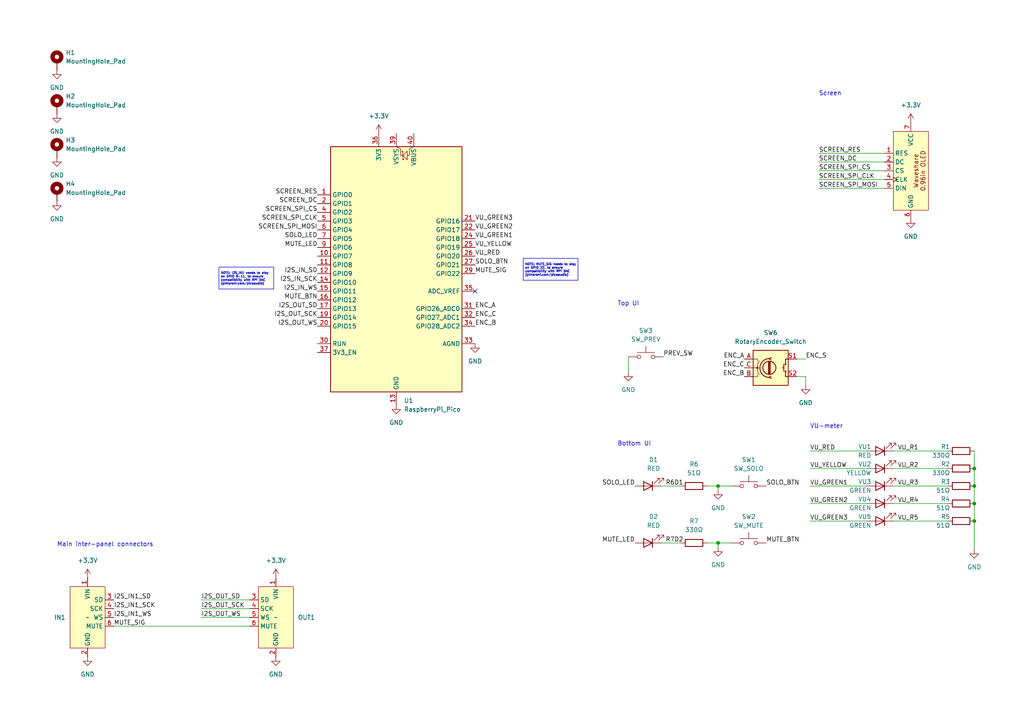
<source format=kicad_sch>
(kicad_sch (version 20230121) (generator eeschema)
  (paper "A4")
  (lib_symbols
    (symbol "Device:LED" (pin_numbers hide) (pin_names (offset 1.016) hide)
      (property "Reference" "D" (at 0 2.54 0))
      (property "Value" "LED" (at 0 -2.54 0))
      (symbol "LED_0_1"
        (polyline (pts (xy -1.27 -1.27) (xy -1.27 1.27)) (stroke (width 0.254)))
        (polyline (pts (xy -1.27 0) (xy 1.27 0)))
        (polyline (pts (xy 1.27 -1.27) (xy 1.27 1.27) (xy -1.27 0) (xy 1.27 -1.27)) (stroke (width 0.254)))
        (polyline (pts (xy -3.048 -0.762) (xy -4.572 -2.286) (xy -3.81 -2.286) (xy -4.572 -2.286) (xy -4.572 -1.524)))
        (polyline (pts (xy -1.778 -0.762) (xy -3.302 -2.286) (xy -2.54 -2.286) (xy -3.302 -2.286) (xy -3.302 -1.524)))
      )
      (symbol "LED_1_1"
        (pin passive line (at -3.81 0 0) (length 2.54) (name "K") (number "1"))
        (pin passive line (at 3.81 0 180) (length 2.54) (name "A") (number "2"))
      )
    )
    (symbol "Device:R" (pin_numbers hide) (pin_names (offset 0))
      (property "Reference" "R" (at 2.032 0 90))
      (property "Value" "R" (at 0 0 90))
      (symbol "R_0_1"
        (rectangle (start -1.016 -2.54) (end 1.016 2.54) (stroke (width 0.254)))
      )
      (symbol "R_1_1"
        (pin passive line (at 0 3.81 270) (length 1.27) (name "~") (number "1"))
        (pin passive line (at 0 -3.81 90) (length 1.27) (name "~") (number "2"))
      )
    )
    (symbol "Device:RotaryEncoder_Switch" (pin_names (offset 0.254) hide)
      (property "Reference" "SW" (at 0 6.604 0))
      (property "Value" "RotaryEncoder_Switch" (at 0 -6.604 0))
      (symbol "RotaryEncoder_Switch_0_1"
        (rectangle (start -5.08 5.08) (end 5.08 -5.08) (stroke (width 0.254)) (fill (type background)))
        (circle (center -3.81 0) (radius 0.254) (fill (type outline)))
        (circle (center -0.381 0) (radius 1.905) (stroke (width 0.254)))
        (arc (start -0.381 2.667) (mid -3.0988 -0.0635) (end -0.381 -2.794) (stroke (width 0.254)))
        (polyline (pts (xy -0.635 -1.778) (xy -0.635 1.778)) (stroke (width 0.254)))
        (polyline (pts (xy -0.381 -1.778) (xy -0.381 1.778)) (stroke (width 0.254)))
        (polyline (pts (xy -0.127 1.778) (xy -0.127 -1.778)) (stroke (width 0.254)))
        (polyline (pts (xy 3.81 0) (xy 3.429 0)) (stroke (width 0.254)))
        (polyline (pts (xy 3.81 1.016) (xy 3.81 -1.016)) (stroke (width 0.254)))
        (polyline (pts (xy -5.08 -2.54) (xy -3.81 -2.54) (xy -3.81 -2.032)))
        (polyline (pts (xy -5.08 2.54) (xy -3.81 2.54) (xy -3.81 2.032)))
        (polyline (pts (xy 0.254 -3.048) (xy -0.508 -2.794) (xy 0.127 -2.413)) (stroke (width 0.254)))
        (polyline (pts (xy 0.254 2.921) (xy -0.508 2.667) (xy 0.127 2.286)) (stroke (width 0.254)))
        (polyline (pts (xy 5.08 -2.54) (xy 4.318 -2.54) (xy 4.318 -1.016)) (stroke (width 0.254)))
        (polyline (pts (xy 5.08 2.54) (xy 4.318 2.54) (xy 4.318 1.016)) (stroke (width 0.254)))
        (polyline (pts (xy -5.08 0) (xy -3.81 0) (xy -3.81 -1.016) (xy -3.302 -2.032)))
        (polyline (pts (xy -4.318 0) (xy -3.81 0) (xy -3.81 1.016) (xy -3.302 2.032)))
        (circle (center 4.318 -1.016) (radius 0.127) (stroke (width 0.254)))
        (circle (center 4.318 1.016) (radius 0.127) (stroke (width 0.254)))
      )
      (symbol "RotaryEncoder_Switch_1_1"
        (pin passive line (at -7.62 2.54 0) (length 2.54) (name "A") (number "A"))
        (pin passive line (at -7.62 -2.54 0) (length 2.54) (name "B") (number "B"))
        (pin passive line (at -7.62 0 0) (length 2.54) (name "C") (number "C"))
        (pin passive line (at 7.62 2.54 180) (length 2.54) (name "S1") (number "S1"))
        (pin passive line (at 7.62 -2.54 180) (length 2.54) (name "S2") (number "S2"))
      )
    )
    (symbol "MCU_Module_RaspberryPi_Pico:RaspberryPi_Pico"
      (property "Reference" "U" (at -19.05 38.1 0))
      (property "Value" "RaspberryPi_Pico" (at 7.62 38.1 0))
      (symbol "RaspberryPi_Pico_0_1"
        (rectangle (start -19.05 36.83) (end 19.05 -34.29) (stroke (width 0.254)) (fill (type background)))
        (polyline (pts (xy 0 36.83) (xy 1.27 36.195) (xy 1.27 34.29) (xy 1.905 34.29)))
        (polyline (pts (xy 1.905 34.29) (xy 3.175 35.56) (xy 3.175 33.02) (xy 1.905 34.29)))
        (polyline (pts (xy 5.08 36.83) (xy 3.81 36.195) (xy 3.81 34.29) (xy 3.175 34.29)))
        (polyline (pts (xy 1.651 35.306) (xy 1.651 35.56) (xy 1.905 35.56) (xy 1.905 33.02) (xy 2.159 33.02) (xy 2.159 33.274)))
      )
      (symbol "RaspberryPi_Pico_1_1"
        (pin bidirectional line (at -22.86 22.86 0) (length 3.81) (name "GPIO0") (number "1"))
        (pin bidirectional line (at -22.86 5.08 0) (length 3.81) (name "GPIO7") (number "10"))
        (pin bidirectional line (at -22.86 2.54 0) (length 3.81) (name "GPIO8") (number "11"))
        (pin bidirectional line (at -22.86 0 0) (length 3.81) (name "GPIO9") (number "12"))
        (pin power_out line (at 0 -38.1 90) (length 3.81) (name "GND") (number "13"))
        (pin bidirectional line (at -22.86 -2.54 0) (length 3.81) (name "GPIO10") (number "14"))
        (pin bidirectional line (at -22.86 -5.08 0) (length 3.81) (name "GPIO11") (number "15"))
        (pin bidirectional line (at -22.86 -7.62 0) (length 3.81) (name "GPIO12") (number "16"))
        (pin bidirectional line (at -22.86 -10.16 0) (length 3.81) (name "GPIO13") (number "17"))
        (pin passive line (at 0 -38.1 90) (length 3.81) hide (name "GND") (number "18"))
        (pin bidirectional line (at -22.86 -12.7 0) (length 3.81) (name "GPIO14") (number "19"))
        (pin bidirectional line (at -22.86 20.32 0) (length 3.81) (name "GPIO1") (number "2"))
        (pin bidirectional line (at -22.86 -15.24 0) (length 3.81) (name "GPIO15") (number "20"))
        (pin bidirectional line (at 22.86 15.24 180) (length 3.81) (name "GPIO16") (number "21"))
        (pin bidirectional line (at 22.86 12.7 180) (length 3.81) (name "GPIO17") (number "22"))
        (pin passive line (at 0 -38.1 90) (length 3.81) hide (name "GND") (number "23"))
        (pin bidirectional line (at 22.86 10.16 180) (length 3.81) (name "GPIO18") (number "24"))
        (pin bidirectional line (at 22.86 7.62 180) (length 3.81) (name "GPIO19") (number "25"))
        (pin bidirectional line (at 22.86 5.08 180) (length 3.81) (name "GPIO20") (number "26"))
        (pin bidirectional line (at 22.86 2.54 180) (length 3.81) (name "GPIO21") (number "27"))
        (pin passive line (at 0 -38.1 90) (length 3.81) hide (name "GND") (number "28"))
        (pin bidirectional line (at 22.86 0 180) (length 3.81) (name "GPIO22") (number "29"))
        (pin passive line (at 0 -38.1 90) (length 3.81) hide (name "GND") (number "3"))
        (pin input line (at -22.86 -20.32 0) (length 3.81) (name "RUN") (number "30"))
        (pin bidirectional line (at 22.86 -10.16 180) (length 3.81) (name "GPIO26_ADC0") (number "31"))
        (pin bidirectional line (at 22.86 -12.7 180) (length 3.81) (name "GPIO27_ADC1") (number "32"))
        (pin power_in line (at 22.86 -20.32 180) (length 3.81) (name "AGND") (number "33"))
        (pin bidirectional line (at 22.86 -15.24 180) (length 3.81) (name "GPIO28_ADC2") (number "34"))
        (pin power_in line (at 22.86 -5.08 180) (length 3.81) (name "ADC_VREF") (number "35"))
        (pin power_out line (at -5.08 40.64 270) (length 3.81) (name "3V3") (number "36"))
        (pin input line (at -22.86 -22.86 0) (length 3.81) (name "3V3_EN") (number "37"))
        (pin passive line (at 0 -38.1 90) (length 3.81) hide (name "GND") (number "38"))
        (pin power_in line (at 0 40.64 270) (length 3.81) (name "VSYS") (number "39"))
        (pin bidirectional line (at -22.86 17.78 0) (length 3.81) (name "GPIO2") (number "4"))
        (pin power_out line (at 5.08 40.64 270) (length 3.81) (name "VBUS") (number "40"))
        (pin bidirectional line (at -22.86 15.24 0) (length 3.81) (name "GPIO3") (number "5"))
        (pin bidirectional line (at -22.86 12.7 0) (length 3.81) (name "GPIO4") (number "6"))
        (pin bidirectional line (at -22.86 10.16 0) (length 3.81) (name "GPIO5") (number "7"))
        (pin passive line (at 0 -38.1 90) (length 3.81) hide (name "GND") (number "8"))
        (pin bidirectional line (at -22.86 7.62 0) (length 3.81) (name "GPIO6") (number "9"))
      )
    )
    (symbol "Mechanical:MountingHole_Pad" (pin_numbers hide) (pin_names (offset 1.016) hide)
      (property "Reference" "H" (at 0 6.35 0))
      (property "Value" "MountingHole_Pad" (at 0 4.445 0))
      (symbol "MountingHole_Pad_0_1"
        (circle (center 0 1.27) (radius 1.27) (stroke (width 1.27)))
      )
      (symbol "MountingHole_Pad_1_1"
        (pin input line (at 0 -2.54 90) (length 2.54) (name "1") (number "1"))
      )
    )
    (symbol "Switch:SW_Push" (pin_numbers hide) (pin_names (offset 1.016) hide)
      (property "Reference" "SW" (at 1.27 2.54 0))
      (property "Value" "SW_Push" (at 0 -1.524 0))
      (symbol "SW_Push_0_1"
        (circle (center -2.032 0) (radius 0.508))
        (polyline (pts (xy 0 1.27) (xy 0 3.048)))
        (polyline (pts (xy 2.54 1.27) (xy -2.54 1.27)))
        (circle (center 2.032 0) (radius 0.508))
        (pin passive line (at -5.08 0 0) (length 2.54) (name "1") (number "1"))
        (pin passive line (at 5.08 0 180) (length 2.54) (name "2") (number "2"))
      )
    )
    (symbol "power:+3.3V" (power) (pin_names (offset 0))
      (property "Value" "+3.3V" (at 0 3.556 0))
      (symbol "+3.3V_0_1"
        (polyline (pts (xy -0.762 1.27) (xy 0 2.54)))
        (polyline (pts (xy 0 0) (xy 0 2.54)))
        (polyline (pts (xy 0 2.54) (xy 0.762 1.27)))
      )
      (symbol "+3.3V_1_1"
        (pin power_in line (at 0 0 90) (length 0) hide (name "+3.3V") (number "1"))
      )
    )
    (symbol "power:GND" (power) (pin_names (offset 0))
      (property "Value" "GND" (at 0 -3.81 0))
      (symbol "GND_0_1"
        (polyline (pts (xy 0 0) (xy 0 -1.27) (xy 1.27 -1.27) (xy 0 -2.54) (xy -1.27 -1.27) (xy 0 -1.27)))
      )
      (symbol "GND_1_1"
        (pin power_in line (at 0 0 270) (length 0) hide (name "GND") (number "1"))
      )
    )
    (symbol "project_local:0.96inOLED"
      (symbol "0.96inOLED_1_1"
        (rectangle (start -5.08 11.43) (end 5.08 -11.43) (fill (type background)))
        (text "Waveshare\n0.96in OLED" (at 2.54 0 900) (effects (font (size 1.27 1.27))))
        (pin power_in line (at -7.62 5.08 0) (length 2.54) (name "RES") (number "1"))
        (pin input line (at -7.62 2.54 0) (length 2.54) (name "DC") (number "2"))
        (pin input line (at -7.62 0 0) (length 2.54) (name "CS") (number "3"))
        (pin input clock (at -7.62 -2.54 0) (length 2.54) (name "CLK") (number "4"))
        (pin input line (at -7.62 -5.08 0) (length 2.54) (name "DIN") (number "5"))
        (pin input line (at 0 -13.97 90) (length 2.54) (name "GND") (number "6"))
        (pin power_in line (at 0 13.97 270) (length 2.54) (name "VCC") (number "7"))
      )
    )
    (symbol "project_local:PanelConnectorIn"
      (property "Reference" "P" (at -3.81 10.16 0))
      (symbol "PanelConnectorIn_1_1"
        (rectangle (start -5.08 8.89) (end 5.08 -8.89) (fill (type background)))
        (pin power_in line (at 0 11.43 270) (length 2.54) (name "VIN") (number "1"))
        (pin power_in line (at 0 -11.43 90) (length 2.54) (name "GND") (number "2"))
        (pin output line (at 7.62 5.08 180) (length 2.54) (name "SD") (number "3"))
        (pin output line (at 7.62 2.54 180) (length 2.54) (name "SCK") (number "4"))
        (pin output line (at 7.62 0 180) (length 2.54) (name "WS") (number "5"))
        (pin bidirectional line (at 7.62 -2.54 180) (length 2.54) (name "MUTE") (number "6"))
      )
    )
    (symbol "project_local:PanelConnectorOut"
      (property "Reference" "P" (at -3.81 10.16 0))
      (symbol "PanelConnectorOut_1_1"
        (rectangle (start -5.08 8.89) (end 5.08 -8.89) (fill (type background)))
        (pin power_in line (at 0 11.43 270) (length 2.54) (name "VIN") (number "1"))
        (pin power_in line (at 0 -11.43 90) (length 2.54) (name "GND") (number "2"))
        (pin input line (at -7.62 5.08 0) (length 2.54) (name "SD") (number "3"))
        (pin input line (at -7.62 2.54 0) (length 2.54) (name "SCK") (number "4"))
        (pin input line (at -7.62 0 0) (length 2.54) (name "WS") (number "5"))
        (pin bidirectional line (at -7.62 -2.54 0) (length 2.54) (name "MUTE") (number "6"))
      )
    )
  )
  (junction (at 282.575 140.97))
  (junction (at 282.575 151.13))
  (junction (at 282.575 146.05))
  (junction (at 282.575 135.89))
  (junction (at 208.28 140.97))
  (junction (at 208.28 157.48))
  (no_connect (at 137.795 84.455))
  (wire (pts (xy 234.95 140.97) (xy 251.46 140.97)))
  (wire (pts (xy 237.49 54.61) (xy 256.54 54.61)))
  (wire (pts (xy 282.575 146.05) (xy 282.575 151.13)))
  (wire (pts (xy 259.08 135.89) (xy 274.955 135.89)))
  (wire (pts (xy 58.42 176.53) (xy 72.39 176.53)))
  (wire (pts (xy 58.42 179.07) (xy 72.39 179.07)))
  (wire (pts (xy 259.08 146.05) (xy 274.955 146.05)))
  (wire (pts (xy 205.105 157.48) (xy 208.28 157.48)))
  (wire (pts (xy 58.42 173.99) (xy 72.39 173.99)))
  (wire (pts (xy 259.08 151.13) (xy 274.955 151.13)))
  (wire (pts (xy 237.49 46.99) (xy 256.54 46.99)))
  (wire (pts (xy 191.77 140.97) (xy 197.485 140.97)))
  (wire (pts (xy 208.28 157.48) (xy 212.09 157.48)))
  (wire (pts (xy 182.245 103.505) (xy 182.245 107.95)))
  (wire (pts (xy 259.08 140.97) (xy 274.955 140.97)))
  (wire (pts (xy 237.49 49.53) (xy 256.54 49.53)))
  (wire (pts (xy 282.575 140.97) (xy 282.575 146.05)))
  (wire (pts (xy 208.28 157.48) (xy 208.28 158.75)))
  (wire (pts (xy 282.575 130.81) (xy 282.575 135.89)))
  (wire (pts (xy 191.77 157.48) (xy 197.485 157.48)))
  (wire (pts (xy 205.105 140.97) (xy 208.28 140.97)))
  (wire (pts (xy 234.95 151.13) (xy 251.46 151.13)))
  (wire (pts (xy 282.575 135.89) (xy 282.575 140.97)))
  (wire (pts (xy 234.95 130.81) (xy 251.46 130.81)))
  (wire (pts (xy 33.02 181.61) (xy 72.39 181.61)))
  (wire (pts (xy 234.95 135.89) (xy 251.46 135.89)))
  (wire (pts (xy 237.49 52.07) (xy 256.54 52.07)))
  (wire (pts (xy 231.14 109.22) (xy 233.68 109.22)))
  (wire (pts (xy 233.68 104.14) (xy 231.14 104.14)))
  (wire (pts (xy 237.49 44.45) (xy 256.54 44.45)))
  (wire (pts (xy 233.68 109.22) (xy 233.68 111.76)))
  (wire (pts (xy 234.95 146.05) (xy 251.46 146.05)))
  (wire (pts (xy 208.28 140.97) (xy 212.09 140.97)))
  (wire (pts (xy 208.28 140.97) (xy 208.28 142.24)))
  (wire (pts (xy 259.08 130.81) (xy 274.955 130.81)))
  (wire (pts (xy 282.575 151.13) (xy 282.575 159.385)))
  (text_box "NOTE: I2S_IN1 needs to stay on GPIO 9-11, to ensure compatibility with RPi DAC (pimoroni.com/picoaudio)" (at 63.5 77.47 0) (size 15.875 6.35) (effects (font (size 0.635 0.635)) (justify left)))
  (text_box "NOTE: MUTE_SIG needs to stay on GPIO 22, to ensure compatibility with RPi DAC (pimoroni.com/picoaudio)" (at 151.765 74.93 0) (size 15.875 6.35) (effects (font (size 0.635 0.635)) (justify left)))
  (text "Main inter-panel connectors" (at 16.51 158.75 0) (effects (font (size 1.27 1.27)) (justify left bottom)))
  (text "Top UI" (at 179.07 88.9 0) (effects (font (size 1.27 1.27)) (justify left bottom)))
  (text "VU-meter\n" (at 234.95 124.46 0) (effects (font (size 1.27 1.27)) (justify left bottom)))
  (text "Bottom UI" (at 179.07 129.54 0) (effects (font (size 1.27 1.27)) (justify left bottom)))
  (text "Screen" (at 237.49 27.94 0) (effects (font (size 1.27 1.27)) (justify left bottom)))
  (label "I2S_OUT_SD" (at 58.42 173.99 0))
  (label "ENC_A" (at 137.795 89.535 0))
  (label "I2S_OUT_WS" (at 58.42 179.07 0))
  (label "SOLO_LED" (at 92.075 69.215 180))
  (label "SCREEN_RES" (at 92.075 56.515 180))
  (label "ENC_C" (at 215.9 106.68 180))
  (label "I2S_IN1_SCK" (at 33.02 176.53 0))
  (label "I2S_OUT_WS" (at 92.075 94.615 180))
  (label "VU_GREEN2" (at 137.795 66.675 0))
  (label "I2S_IN1_WS" (at 33.02 179.07 0))
  (label "ENC_B" (at 137.795 94.615 0))
  (label "SCREEN_SPI_CLK" (at 237.49 52.07 0))
  (label "SOLO_BTN" (at 222.25 140.97 0))
  (label "SCREEN_DC" (at 237.49 46.99 0))
  (label "PREV_SW" (at 192.405 103.505 0))
  (label "VU_GREEN1" (at 234.95 140.97 0))
  (label "MUTE_SIG" (at 137.795 79.375 0))
  (label "ENC_S" (at 233.68 104.14 0))
  (label "SOLO_LED" (at 184.15 140.97 180))
  (label "I2S_IN_WS" (at 92.075 84.455 180))
  (label "VU_GREEN1" (at 137.795 69.215 0))
  (label "SCREEN_SPI_CS" (at 237.49 49.53 0))
  (label "I2S_IN1_SD" (at 33.02 173.99 0))
  (label "VU_RED" (at 137.795 74.295 0))
  (label "VU_R5" (at 260.35 151.13 0))
  (label "VU_R3" (at 260.35 140.97 0))
  (label "MUTE_BTN" (at 222.25 157.48 0))
  (label "MUTE_LED" (at 92.075 71.755 180))
  (label "I2S_OUT_SCK" (at 58.42 176.53 0))
  (label "VU_YELLOW" (at 137.795 71.755 0))
  (label "ENC_A" (at 215.9 104.14 180))
  (label "R6D1" (at 193.04 140.97 0))
  (label "R7D2" (at 193.04 157.48 0))
  (label "VU_R4" (at 260.35 146.05 0))
  (label "MUTE_LED" (at 184.15 157.48 180))
  (label "VU_RED" (at 234.95 130.81 0))
  (label "VU_GREEN3" (at 137.795 64.135 0))
  (label "SCREEN_SPI_CS" (at 92.075 61.595 180))
  (label "I2S_IN_SCK" (at 92.075 81.915 180))
  (label "VU_GREEN3" (at 234.95 151.13 0))
  (label "SCREEN_SPI_MOSI" (at 237.49 54.61 0))
  (label "VU_R2" (at 260.35 135.89 0))
  (label "ENC_B" (at 215.9 109.22 180))
  (label "I2S_IN_SD" (at 92.075 79.375 180))
  (label "SOLO_BTN" (at 137.795 76.835 0))
  (label "SCREEN_DC" (at 92.075 59.055 180))
  (label "MUTE_BTN" (at 92.075 86.995 180))
  (label "VU_YELLOW" (at 234.95 135.89 0))
  (label "SCREEN_SPI_MOSI" (at 92.075 66.675 180))
  (label "VU_GREEN2" (at 234.95 146.05 0))
  (label "I2S_OUT_SCK" (at 92.075 92.075 180))
  (label "ENC_C" (at 137.795 92.075 0))
  (label "I2S_OUT_SD" (at 92.075 89.535 180))
  (label "VU_R1" (at 260.35 130.81 0))
  (label "SCREEN_RES" (at 237.49 44.45 0))
  (label "MUTE_SIG" (at 33.02 181.61 0))
  (label "SCREEN_SPI_CLK" (at 92.075 64.135 180))
  (symbol (lib_id "power:+3.3V") (at 25.4 167.64 0) (unit 1)
    (property "Reference" "#PWR09" (effects hide))
    (property "Value" "+3.3V" (at 25.4 162.56 0))
  )
  (symbol (lib_id "Device:LED") (at 255.27 135.89 180) (unit 1)
    (property "Reference" "VU2" (at 252.73 134.62 0) (effects (justify left)))
    (property "Value" "YELLOW" (at 252.73 137.16 0) (effects (justify left)))
    (property "Footprint" "LED_THT:LED_D5.0mm" (effects hide))
  )
  (symbol (lib_id "Device:R") (at 278.765 135.89 270) (unit 1)
    (property "Reference" "R2" (at 275.59 134.62 90) (effects (justify right)))
    (property "Value" "330Ω" (at 275.59 137.16 90) (effects (justify right)))
    (property "Footprint" "Resistor_THT:R_Axial_DIN0207_L6.3mm_D2.5mm_P7.62mm_Horizontal" (effects hide))
  )
  (symbol (lib_id "project_local:PanelConnectorOut") (at 80.01 179.07 0) (unit 1)
    (property "Reference" "OUT1" (at 86.36 179.07 0) (effects (justify left)))
    (property "Value" "~" (at 80.01 179.07 0))
    (property "Footprint" "project_local:PannelConnector" (effects hide))
  )
  (symbol (lib_id "Switch:SW_Push") (at 217.17 157.48 0) (unit 1)
    (property "Reference" "SW2" (at 217.17 149.86 0))
    (property "Value" "SW_MUTE" (at 217.17 152.4 0))
    (property "Footprint" "Button_Switch_THT:SW_PUSH_6mm_H5mm" (effects hide))
  )
  (symbol (lib_id "power:GND") (at 208.28 142.24 0) (unit 1)
    (property "Reference" "#PWR019" (effects hide))
    (property "Value" "GND" (at 208.28 147.32 0))
  )
  (symbol (lib_id "power:GND") (at 282.575 159.385 0) (unit 1)
    (property "Reference" "#PWR017" (effects hide))
    (property "Value" "GND" (at 282.575 164.465 0))
  )
  (symbol (lib_id "power:GND") (at 16.51 20.32 0) (unit 1)
    (property "Reference" "#PWR05" (effects hide))
    (property "Value" "GND" (at 16.51 25.4 0))
  )
  (symbol (lib_id "power:GND") (at 25.4 190.5 0) (unit 1)
    (property "Reference" "#PWR016" (effects hide))
    (property "Value" "GND" (at 25.4 195.58 0))
  )
  (symbol (lib_id "Device:LED") (at 255.27 140.97 180) (unit 1)
    (property "Reference" "VU3" (at 252.73 139.7 0) (effects (justify left)))
    (property "Value" "GREEN" (at 252.73 142.24 0) (effects (justify left)))
    (property "Footprint" "LED_THT:LED_D5.0mm" (effects hide))
  )
  (symbol (lib_id "project_local:0.96inOLED") (at 264.16 49.53 0) (unit 1)
    (property "Reference" "S1" (effects hide))
    (property "Footprint" "project_local:0.96inOLED" (effects hide))
  )
  (symbol (lib_id "Mechanical:MountingHole_Pad") (at 16.51 17.78 0) (unit 1)
    (property "Reference" "H1" (at 19.05 15.24 0) (effects (justify left)))
    (property "Value" "MountingHole_Pad" (at 19.05 17.78 0) (effects (justify left)))
    (property "Footprint" "MountingHole:MountingHole_2.2mm_M2_DIN965_Pad_TopBottom" (effects hide))
  )
  (symbol (lib_id "Mechanical:MountingHole_Pad") (at 16.51 30.48 0) (unit 1)
    (property "Reference" "H2" (at 19.05 27.94 0) (effects (justify left)))
    (property "Value" "MountingHole_Pad" (at 19.05 30.48 0) (effects (justify left)))
    (property "Footprint" "MountingHole:MountingHole_2.2mm_M2_DIN965_Pad_TopBottom" (effects hide))
  )
  (symbol (lib_id "Device:LED") (at 255.27 151.13 180) (unit 1)
    (property "Reference" "VU5" (at 252.73 149.86 0) (effects (justify left)))
    (property "Value" "GREEN" (at 252.73 152.4 0) (effects (justify left)))
    (property "Footprint" "LED_THT:LED_D5.0mm" (effects hide))
  )
  (symbol (lib_id "Device:LED") (at 187.96 140.97 180) (unit 1)
    (property "Reference" "D1" (at 189.5475 133.35 0))
    (property "Value" "RED" (at 189.5475 135.89 0))
    (property "Footprint" "LED_THT:LED_D5.0mm" (effects hide))
  )
  (symbol (lib_id "Device:R") (at 278.765 151.13 270) (unit 1)
    (property "Reference" "R5" (at 275.59 149.86 90) (effects (justify right)))
    (property "Value" "51Ω" (at 275.59 152.4 90) (effects (justify right)))
    (property "Footprint" "Resistor_THT:R_Axial_DIN0207_L6.3mm_D2.5mm_P7.62mm_Horizontal" (effects hide))
  )
  (symbol (lib_id "power:+3.3V") (at 80.01 167.64 0) (unit 1)
    (property "Reference" "#PWR011" (effects hide))
    (property "Value" "+3.3V" (at 80.01 162.56 0))
  )
  (symbol (lib_id "Device:LED") (at 255.27 146.05 180) (unit 1)
    (property "Reference" "VU4" (at 252.73 144.78 0) (effects (justify left)))
    (property "Value" "GREEN" (at 252.73 147.32 0) (effects (justify left)))
    (property "Footprint" "LED_THT:LED_D5.0mm" (effects hide))
  )
  (symbol (lib_id "Device:R") (at 278.765 130.81 270) (unit 1)
    (property "Reference" "R1" (at 275.59 129.54 90) (effects (justify right)))
    (property "Value" "330Ω" (at 275.59 132.08 90) (effects (justify right)))
    (property "Footprint" "Resistor_THT:R_Axial_DIN0207_L6.3mm_D2.5mm_P7.62mm_Horizontal" (effects hide))
  )
  (symbol (lib_id "power:GND") (at 182.245 107.95 0) (unit 1)
    (property "Reference" "#PWR020" (effects hide))
    (property "Value" "GND" (at 182.245 113.03 0))
  )
  (symbol (lib_id "Device:R") (at 201.295 157.48 270) (unit 1)
    (property "Reference" "R7" (at 201.295 151.13 90))
    (property "Value" "330Ω" (at 201.295 153.67 90))
    (property "Footprint" "Resistor_THT:R_Axial_DIN0207_L6.3mm_D2.5mm_P7.62mm_Horizontal" (effects hide))
  )
  (symbol (lib_id "Device:LED") (at 255.27 130.81 180) (unit 1)
    (property "Reference" "VU1" (at 252.73 129.54 0) (effects (justify left)))
    (property "Value" "RED" (at 252.73 132.08 0) (effects (justify left)))
    (property "Footprint" "LED_THT:LED_D5.0mm" (effects hide))
  )
  (symbol (lib_id "power:GND") (at 16.51 45.72 0) (unit 1)
    (property "Reference" "#PWR07" (effects hide))
    (property "Value" "GND" (at 16.51 50.8 0))
  )
  (symbol (lib_id "power:GND") (at 16.51 58.42 0) (unit 1)
    (property "Reference" "#PWR08" (effects hide))
    (property "Value" "GND" (at 16.51 63.5 0))
  )
  (symbol (lib_id "project_local:PanelConnectorIn") (at 25.4 179.07 0) (unit 1)
    (property "Reference" "IN1" (at 19.05 179.07 0) (effects (justify right)))
    (property "Value" "~" (at 25.4 179.07 0))
    (property "Footprint" "project_local:PannelConnector" (effects hide))
  )
  (symbol (lib_id "Switch:SW_Push") (at 187.325 103.505 0) (unit 1)
    (property "Reference" "SW3" (at 187.325 95.885 0))
    (property "Value" "SW_PREV" (at 187.325 98.425 0))
    (property "Footprint" "Button_Switch_THT:SW_PUSH_6mm_H5mm" (effects hide))
  )
  (symbol (lib_id "power:GND") (at 114.935 117.475 0) (unit 1)
    (property "Reference" "#PWR02" (effects hide))
    (property "Value" "GND" (at 114.935 122.555 0))
  )
  (symbol (lib_id "power:+3.3V") (at 264.16 35.56 0) (unit 1)
    (property "Reference" "#PWR04" (effects hide))
    (property "Value" "+3.3V" (at 264.16 30.48 0))
  )
  (symbol (lib_id "Device:R") (at 278.765 146.05 270) (unit 1)
    (property "Reference" "R4" (at 275.59 144.78 90) (effects (justify right)))
    (property "Value" "51Ω" (at 275.59 147.32 90) (effects (justify right)))
    (property "Footprint" "Resistor_THT:R_Axial_DIN0207_L6.3mm_D2.5mm_P7.62mm_Horizontal" (effects hide))
  )
  (symbol (lib_id "MCU_Module_RaspberryPi_Pico:RaspberryPi_Pico") (at 114.935 79.375 0) (unit 1)
    (property "Reference" "U1" (at 117.1291 116.205 0) (effects (justify left)))
    (property "Value" "RaspberryPi_Pico" (at 117.1291 118.745 0) (effects (justify left)))
    (property "Footprint" "project_local:RPi_connector" (effects hide))
    (property "Datasheet" "https://datasheets.raspberrypi.com/pico/pico-datasheet.pdf" (effects hide))
  )
  (symbol (lib_id "power:GND") (at 16.51 33.02 0) (unit 1)
    (property "Reference" "#PWR06" (effects hide))
    (property "Value" "GND" (at 16.51 38.1 0))
  )
  (symbol (lib_id "power:GND") (at 208.28 158.75 0) (unit 1)
    (property "Reference" "#PWR018" (effects hide))
    (property "Value" "GND" (at 208.28 163.83 0))
  )
  (symbol (lib_id "power:GND") (at 233.68 111.76 0) (unit 1)
    (property "Reference" "#PWR021" (effects hide))
    (property "Value" "GND" (at 233.68 116.84 0))
  )
  (symbol (lib_id "Switch:SW_Push") (at 217.17 140.97 0) (unit 1)
    (property "Reference" "SW1" (at 217.17 133.35 0))
    (property "Value" "SW_SOLO" (at 217.17 135.89 0))
    (property "Footprint" "Button_Switch_THT:SW_PUSH_6mm_H5mm" (effects hide))
  )
  (symbol (lib_id "Device:RotaryEncoder_Switch") (at 223.52 106.68 0) (unit 1)
    (property "Reference" "SW6" (at 223.52 96.52 0))
    (property "Value" "RotaryEncoder_Switch" (at 223.52 99.06 0))
    (property "Footprint" "Rotary_Encoder:RotaryEncoder_Bourns_Vertical_PEC12R-3xxxF-Sxxxx" (effects hide))
  )
  (symbol (lib_id "power:+3.3V") (at 109.855 38.735 0) (unit 1)
    (property "Reference" "#PWR01" (effects hide))
    (property "Value" "+3.3V" (at 109.855 33.655 0))
  )
  (symbol (lib_id "Device:R") (at 278.765 140.97 270) (unit 1)
    (property "Reference" "R3" (at 275.59 139.7 90) (effects (justify right)))
    (property "Value" "51Ω" (at 275.59 142.24 90) (effects (justify right)))
    (property "Footprint" "Resistor_THT:R_Axial_DIN0207_L6.3mm_D2.5mm_P7.62mm_Horizontal" (effects hide))
  )
  (symbol (lib_id "power:GND") (at 264.16 63.5 0) (unit 1)
    (property "Reference" "#PWR03" (effects hide))
    (property "Value" "GND" (at 264.16 68.58 0))
  )
  (symbol (lib_id "power:GND") (at 80.01 190.5 0) (unit 1)
    (property "Reference" "#PWR014" (effects hide))
    (property "Value" "GND" (at 80.01 195.58 0))
  )
  (symbol (lib_id "Device:R") (at 201.295 140.97 270) (unit 1)
    (property "Reference" "R6" (at 201.295 134.62 90))
    (property "Value" "51Ω" (at 201.295 137.16 90))
    (property "Footprint" "Resistor_THT:R_Axial_DIN0207_L6.3mm_D2.5mm_P7.62mm_Horizontal" (effects hide))
  )
  (symbol (lib_id "Mechanical:MountingHole_Pad") (at 16.51 55.88 0) (unit 1)
    (property "Reference" "H4" (at 19.05 53.34 0) (effects (justify left)))
    (property "Value" "MountingHole_Pad" (at 19.05 55.88 0) (effects (justify left)))
    (property "Footprint" "MountingHole:MountingHole_2.2mm_M2_DIN965_Pad_TopBottom" (effects hide))
  )
  (symbol (lib_id "Device:LED") (at 187.96 157.48 180) (unit 1)
    (property "Reference" "D2" (at 189.5475 149.86 0))
    (property "Value" "RED" (at 189.5475 152.4 0))
    (property "Footprint" "LED_THT:LED_D5.0mm" (effects hide))
  )
  (symbol (lib_id "power:GND") (at 137.795 99.695 0) (unit 1)
    (property "Reference" "#PWR022" (effects hide))
    (property "Value" "GND" (at 137.795 104.775 0))
  )
  (symbol (lib_id "Mechanical:MountingHole_Pad") (at 16.51 43.18 0) (unit 1)
    (property "Reference" "H3" (at 19.05 40.64 0) (effects (justify left)))
    (property "Value" "MountingHole_Pad" (at 19.05 43.18 0) (effects (justify left)))
    (property "Footprint" "MountingHole:MountingHole_2.2mm_M2_DIN965_Pad_TopBottom" (effects hide))
  )
)
</source>
